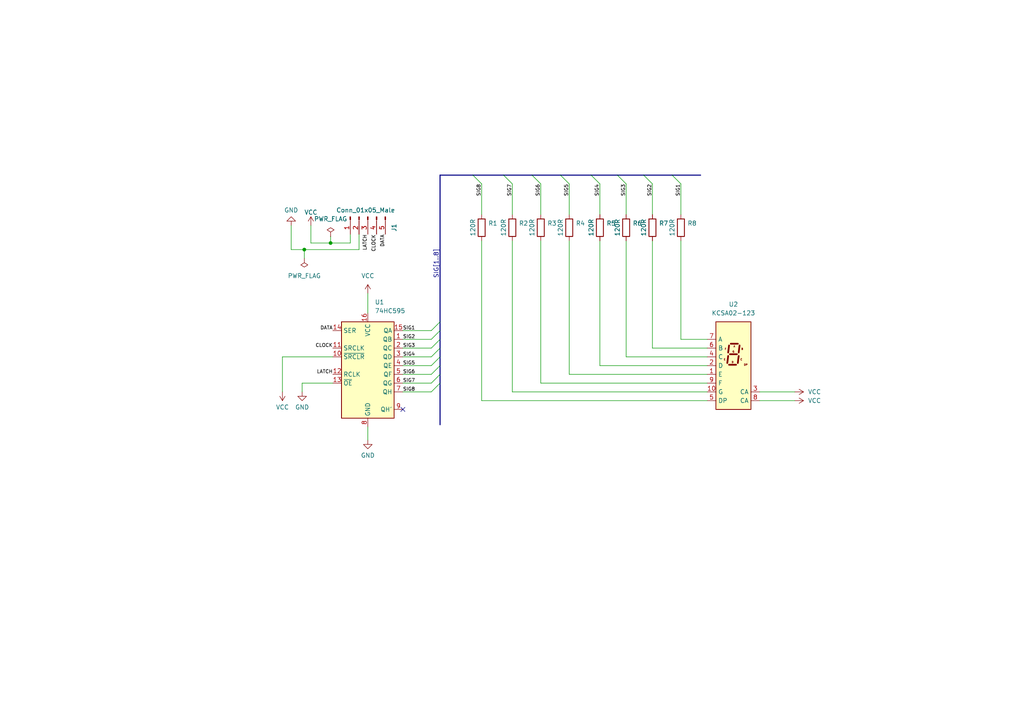
<source format=kicad_sch>
(kicad_sch (version 20211123) (generator eeschema)

  (uuid 3934cdea-42c8-4ab1-b1be-2c4978ab08ae)

  (paper "A4")

  (title_block
    (title "Seven Segment display Board")
    (date "2022-05-23")
    (rev "1.0")
    (company "SMART INDUSTRIES")
    (comment 1 "CEO")
  )

  (lib_symbols
    (symbol "74xx:74HC595" (in_bom yes) (on_board yes)
      (property "Reference" "U" (id 0) (at -7.62 13.97 0)
        (effects (font (size 1.27 1.27)))
      )
      (property "Value" "74HC595" (id 1) (at -7.62 -16.51 0)
        (effects (font (size 1.27 1.27)))
      )
      (property "Footprint" "" (id 2) (at 0 0 0)
        (effects (font (size 1.27 1.27)) hide)
      )
      (property "Datasheet" "http://www.ti.com/lit/ds/symlink/sn74hc595.pdf" (id 3) (at 0 0 0)
        (effects (font (size 1.27 1.27)) hide)
      )
      (property "ki_keywords" "HCMOS SR 3State" (id 4) (at 0 0 0)
        (effects (font (size 1.27 1.27)) hide)
      )
      (property "ki_description" "8-bit serial in/out Shift Register 3-State Outputs" (id 5) (at 0 0 0)
        (effects (font (size 1.27 1.27)) hide)
      )
      (property "ki_fp_filters" "DIP*W7.62mm* SOIC*3.9x9.9mm*P1.27mm* TSSOP*4.4x5mm*P0.65mm* SOIC*5.3x10.2mm*P1.27mm* SOIC*7.5x10.3mm*P1.27mm*" (id 6) (at 0 0 0)
        (effects (font (size 1.27 1.27)) hide)
      )
      (symbol "74HC595_1_0"
        (pin tri_state line (at 10.16 7.62 180) (length 2.54)
          (name "QB" (effects (font (size 1.27 1.27))))
          (number "1" (effects (font (size 1.27 1.27))))
        )
        (pin input line (at -10.16 2.54 0) (length 2.54)
          (name "~{SRCLR}" (effects (font (size 1.27 1.27))))
          (number "10" (effects (font (size 1.27 1.27))))
        )
        (pin input line (at -10.16 5.08 0) (length 2.54)
          (name "SRCLK" (effects (font (size 1.27 1.27))))
          (number "11" (effects (font (size 1.27 1.27))))
        )
        (pin input line (at -10.16 -2.54 0) (length 2.54)
          (name "RCLK" (effects (font (size 1.27 1.27))))
          (number "12" (effects (font (size 1.27 1.27))))
        )
        (pin input line (at -10.16 -5.08 0) (length 2.54)
          (name "~{OE}" (effects (font (size 1.27 1.27))))
          (number "13" (effects (font (size 1.27 1.27))))
        )
        (pin input line (at -10.16 10.16 0) (length 2.54)
          (name "SER" (effects (font (size 1.27 1.27))))
          (number "14" (effects (font (size 1.27 1.27))))
        )
        (pin tri_state line (at 10.16 10.16 180) (length 2.54)
          (name "QA" (effects (font (size 1.27 1.27))))
          (number "15" (effects (font (size 1.27 1.27))))
        )
        (pin power_in line (at 0 15.24 270) (length 2.54)
          (name "VCC" (effects (font (size 1.27 1.27))))
          (number "16" (effects (font (size 1.27 1.27))))
        )
        (pin tri_state line (at 10.16 5.08 180) (length 2.54)
          (name "QC" (effects (font (size 1.27 1.27))))
          (number "2" (effects (font (size 1.27 1.27))))
        )
        (pin tri_state line (at 10.16 2.54 180) (length 2.54)
          (name "QD" (effects (font (size 1.27 1.27))))
          (number "3" (effects (font (size 1.27 1.27))))
        )
        (pin tri_state line (at 10.16 0 180) (length 2.54)
          (name "QE" (effects (font (size 1.27 1.27))))
          (number "4" (effects (font (size 1.27 1.27))))
        )
        (pin tri_state line (at 10.16 -2.54 180) (length 2.54)
          (name "QF" (effects (font (size 1.27 1.27))))
          (number "5" (effects (font (size 1.27 1.27))))
        )
        (pin tri_state line (at 10.16 -5.08 180) (length 2.54)
          (name "QG" (effects (font (size 1.27 1.27))))
          (number "6" (effects (font (size 1.27 1.27))))
        )
        (pin tri_state line (at 10.16 -7.62 180) (length 2.54)
          (name "QH" (effects (font (size 1.27 1.27))))
          (number "7" (effects (font (size 1.27 1.27))))
        )
        (pin power_in line (at 0 -17.78 90) (length 2.54)
          (name "GND" (effects (font (size 1.27 1.27))))
          (number "8" (effects (font (size 1.27 1.27))))
        )
        (pin output line (at 10.16 -12.7 180) (length 2.54)
          (name "QH'" (effects (font (size 1.27 1.27))))
          (number "9" (effects (font (size 1.27 1.27))))
        )
      )
      (symbol "74HC595_1_1"
        (rectangle (start -7.62 12.7) (end 7.62 -15.24)
          (stroke (width 0.254) (type default) (color 0 0 0 0))
          (fill (type background))
        )
      )
    )
    (symbol "Connector:Conn_01x05_Male" (pin_names (offset 1.016) hide) (in_bom yes) (on_board yes)
      (property "Reference" "J" (id 0) (at 0 7.62 0)
        (effects (font (size 1.27 1.27)))
      )
      (property "Value" "Conn_01x05_Male" (id 1) (at 0 -7.62 0)
        (effects (font (size 1.27 1.27)))
      )
      (property "Footprint" "" (id 2) (at 0 0 0)
        (effects (font (size 1.27 1.27)) hide)
      )
      (property "Datasheet" "~" (id 3) (at 0 0 0)
        (effects (font (size 1.27 1.27)) hide)
      )
      (property "ki_keywords" "connector" (id 4) (at 0 0 0)
        (effects (font (size 1.27 1.27)) hide)
      )
      (property "ki_description" "Generic connector, single row, 01x05, script generated (kicad-library-utils/schlib/autogen/connector/)" (id 5) (at 0 0 0)
        (effects (font (size 1.27 1.27)) hide)
      )
      (property "ki_fp_filters" "Connector*:*_1x??_*" (id 6) (at 0 0 0)
        (effects (font (size 1.27 1.27)) hide)
      )
      (symbol "Conn_01x05_Male_1_1"
        (polyline
          (pts
            (xy 1.27 -5.08)
            (xy 0.8636 -5.08)
          )
          (stroke (width 0.1524) (type default) (color 0 0 0 0))
          (fill (type none))
        )
        (polyline
          (pts
            (xy 1.27 -2.54)
            (xy 0.8636 -2.54)
          )
          (stroke (width 0.1524) (type default) (color 0 0 0 0))
          (fill (type none))
        )
        (polyline
          (pts
            (xy 1.27 0)
            (xy 0.8636 0)
          )
          (stroke (width 0.1524) (type default) (color 0 0 0 0))
          (fill (type none))
        )
        (polyline
          (pts
            (xy 1.27 2.54)
            (xy 0.8636 2.54)
          )
          (stroke (width 0.1524) (type default) (color 0 0 0 0))
          (fill (type none))
        )
        (polyline
          (pts
            (xy 1.27 5.08)
            (xy 0.8636 5.08)
          )
          (stroke (width 0.1524) (type default) (color 0 0 0 0))
          (fill (type none))
        )
        (rectangle (start 0.8636 -4.953) (end 0 -5.207)
          (stroke (width 0.1524) (type default) (color 0 0 0 0))
          (fill (type outline))
        )
        (rectangle (start 0.8636 -2.413) (end 0 -2.667)
          (stroke (width 0.1524) (type default) (color 0 0 0 0))
          (fill (type outline))
        )
        (rectangle (start 0.8636 0.127) (end 0 -0.127)
          (stroke (width 0.1524) (type default) (color 0 0 0 0))
          (fill (type outline))
        )
        (rectangle (start 0.8636 2.667) (end 0 2.413)
          (stroke (width 0.1524) (type default) (color 0 0 0 0))
          (fill (type outline))
        )
        (rectangle (start 0.8636 5.207) (end 0 4.953)
          (stroke (width 0.1524) (type default) (color 0 0 0 0))
          (fill (type outline))
        )
        (pin passive line (at 5.08 5.08 180) (length 3.81)
          (name "Pin_1" (effects (font (size 1.27 1.27))))
          (number "1" (effects (font (size 1.27 1.27))))
        )
        (pin passive line (at 5.08 2.54 180) (length 3.81)
          (name "Pin_2" (effects (font (size 1.27 1.27))))
          (number "2" (effects (font (size 1.27 1.27))))
        )
        (pin passive line (at 5.08 0 180) (length 3.81)
          (name "Pin_3" (effects (font (size 1.27 1.27))))
          (number "3" (effects (font (size 1.27 1.27))))
        )
        (pin passive line (at 5.08 -2.54 180) (length 3.81)
          (name "Pin_4" (effects (font (size 1.27 1.27))))
          (number "4" (effects (font (size 1.27 1.27))))
        )
        (pin passive line (at 5.08 -5.08 180) (length 3.81)
          (name "Pin_5" (effects (font (size 1.27 1.27))))
          (number "5" (effects (font (size 1.27 1.27))))
        )
      )
    )
    (symbol "Device:R" (pin_numbers hide) (pin_names (offset 0)) (in_bom yes) (on_board yes)
      (property "Reference" "R" (id 0) (at 2.032 0 90)
        (effects (font (size 1.27 1.27)))
      )
      (property "Value" "R" (id 1) (at 0 0 90)
        (effects (font (size 1.27 1.27)))
      )
      (property "Footprint" "" (id 2) (at -1.778 0 90)
        (effects (font (size 1.27 1.27)) hide)
      )
      (property "Datasheet" "~" (id 3) (at 0 0 0)
        (effects (font (size 1.27 1.27)) hide)
      )
      (property "ki_keywords" "R res resistor" (id 4) (at 0 0 0)
        (effects (font (size 1.27 1.27)) hide)
      )
      (property "ki_description" "Resistor" (id 5) (at 0 0 0)
        (effects (font (size 1.27 1.27)) hide)
      )
      (property "ki_fp_filters" "R_*" (id 6) (at 0 0 0)
        (effects (font (size 1.27 1.27)) hide)
      )
      (symbol "R_0_1"
        (rectangle (start -1.016 -2.54) (end 1.016 2.54)
          (stroke (width 0.254) (type default) (color 0 0 0 0))
          (fill (type none))
        )
      )
      (symbol "R_1_1"
        (pin passive line (at 0 3.81 270) (length 1.27)
          (name "~" (effects (font (size 1.27 1.27))))
          (number "1" (effects (font (size 1.27 1.27))))
        )
        (pin passive line (at 0 -3.81 90) (length 1.27)
          (name "~" (effects (font (size 1.27 1.27))))
          (number "2" (effects (font (size 1.27 1.27))))
        )
      )
    )
    (symbol "Display_Character:KCSA02-123" (pin_names (offset 0.635)) (in_bom yes) (on_board yes)
      (property "Reference" "U" (id 0) (at -2.54 13.97 0)
        (effects (font (size 1.27 1.27)) (justify right))
      )
      (property "Value" "KCSA02-123" (id 1) (at 1.27 13.97 0)
        (effects (font (size 1.27 1.27)) (justify left))
      )
      (property "Footprint" "Display_7Segment:KCSC02-123" (id 2) (at 0 -15.24 0)
        (effects (font (size 1.27 1.27)) hide)
      )
      (property "Datasheet" "http://www.kingbright.com/attachments/file/psearch/000/00/00/KCSA02-123(Ver.9A).pdf" (id 3) (at -12.7 12.065 0)
        (effects (font (size 1.27 1.27)) (justify left) hide)
      )
      (property "ki_keywords" "display LED 7-segment" (id 4) (at 0 0 0)
        (effects (font (size 1.27 1.27)) hide)
      )
      (property "ki_description" "One digit 7 segment green LED, common anode" (id 5) (at 0 0 0)
        (effects (font (size 1.27 1.27)) hide)
      )
      (property "ki_fp_filters" "KCSC02?123*" (id 6) (at 0 0 0)
        (effects (font (size 1.27 1.27)) hide)
      )
      (symbol "KCSA02-123_0_0"
        (text "A" (at 0.254 5.588 0)
          (effects (font (size 0.508 0.508)))
        )
        (text "B" (at 2.54 4.826 0)
          (effects (font (size 0.508 0.508)))
        )
        (text "C" (at 2.286 1.778 0)
          (effects (font (size 0.508 0.508)))
        )
        (text "D" (at -0.254 1.016 0)
          (effects (font (size 0.508 0.508)))
        )
        (text "DP" (at 3.556 0.254 0)
          (effects (font (size 0.508 0.508)))
        )
        (text "E" (at -2.54 1.778 0)
          (effects (font (size 0.508 0.508)))
        )
        (text "F" (at -2.286 4.826 0)
          (effects (font (size 0.508 0.508)))
        )
        (text "G" (at 0 4.064 0)
          (effects (font (size 0.508 0.508)))
        )
      )
      (symbol "KCSA02-123_0_1"
        (rectangle (start -5.08 12.7) (end 5.08 -12.7)
          (stroke (width 0.254) (type default) (color 0 0 0 0))
          (fill (type background))
        )
        (polyline
          (pts
            (xy -1.524 2.794)
            (xy -1.778 0.762)
          )
          (stroke (width 0.508) (type default) (color 0 0 0 0))
          (fill (type none))
        )
        (polyline
          (pts
            (xy -1.27 0.254)
            (xy 0.762 0.254)
          )
          (stroke (width 0.508) (type default) (color 0 0 0 0))
          (fill (type none))
        )
        (polyline
          (pts
            (xy -1.27 5.842)
            (xy -1.524 3.81)
          )
          (stroke (width 0.508) (type default) (color 0 0 0 0))
          (fill (type none))
        )
        (polyline
          (pts
            (xy -1.016 3.302)
            (xy 1.016 3.302)
          )
          (stroke (width 0.508) (type default) (color 0 0 0 0))
          (fill (type none))
        )
        (polyline
          (pts
            (xy -0.762 6.35)
            (xy 1.27 6.35)
          )
          (stroke (width 0.508) (type default) (color 0 0 0 0))
          (fill (type none))
        )
        (polyline
          (pts
            (xy 1.524 2.794)
            (xy 1.27 0.762)
          )
          (stroke (width 0.508) (type default) (color 0 0 0 0))
          (fill (type none))
        )
        (polyline
          (pts
            (xy 1.778 5.842)
            (xy 1.524 3.81)
          )
          (stroke (width 0.508) (type default) (color 0 0 0 0))
          (fill (type none))
        )
        (polyline
          (pts
            (xy 2.54 0.254)
            (xy 2.54 0.254)
          )
          (stroke (width 0.508) (type default) (color 0 0 0 0))
          (fill (type none))
        )
      )
      (symbol "KCSA02-123_1_1"
        (pin input line (at -7.62 -2.54 0) (length 2.54)
          (name "E" (effects (font (size 1.27 1.27))))
          (number "1" (effects (font (size 1.27 1.27))))
        )
        (pin input line (at -7.62 -7.62 0) (length 2.54)
          (name "G" (effects (font (size 1.27 1.27))))
          (number "10" (effects (font (size 1.27 1.27))))
        )
        (pin input line (at -7.62 0 0) (length 2.54)
          (name "D" (effects (font (size 1.27 1.27))))
          (number "2" (effects (font (size 1.27 1.27))))
        )
        (pin input line (at 7.62 -7.62 180) (length 2.54)
          (name "CA" (effects (font (size 1.27 1.27))))
          (number "3" (effects (font (size 1.27 1.27))))
        )
        (pin input line (at -7.62 2.54 0) (length 2.54)
          (name "C" (effects (font (size 1.27 1.27))))
          (number "4" (effects (font (size 1.27 1.27))))
        )
        (pin input line (at -7.62 -10.16 0) (length 2.54)
          (name "DP" (effects (font (size 1.27 1.27))))
          (number "5" (effects (font (size 1.27 1.27))))
        )
        (pin input line (at -7.62 5.08 0) (length 2.54)
          (name "B" (effects (font (size 1.27 1.27))))
          (number "6" (effects (font (size 1.27 1.27))))
        )
        (pin input line (at -7.62 7.62 0) (length 2.54)
          (name "A" (effects (font (size 1.27 1.27))))
          (number "7" (effects (font (size 1.27 1.27))))
        )
        (pin input line (at 7.62 -10.16 180) (length 2.54)
          (name "CA" (effects (font (size 1.27 1.27))))
          (number "8" (effects (font (size 1.27 1.27))))
        )
        (pin input line (at -7.62 -5.08 0) (length 2.54)
          (name "F" (effects (font (size 1.27 1.27))))
          (number "9" (effects (font (size 1.27 1.27))))
        )
      )
    )
    (symbol "power:GND" (power) (pin_names (offset 0)) (in_bom yes) (on_board yes)
      (property "Reference" "#PWR" (id 0) (at 0 -6.35 0)
        (effects (font (size 1.27 1.27)) hide)
      )
      (property "Value" "GND" (id 1) (at 0 -3.81 0)
        (effects (font (size 1.27 1.27)))
      )
      (property "Footprint" "" (id 2) (at 0 0 0)
        (effects (font (size 1.27 1.27)) hide)
      )
      (property "Datasheet" "" (id 3) (at 0 0 0)
        (effects (font (size 1.27 1.27)) hide)
      )
      (property "ki_keywords" "power-flag" (id 4) (at 0 0 0)
        (effects (font (size 1.27 1.27)) hide)
      )
      (property "ki_description" "Power symbol creates a global label with name \"GND\" , ground" (id 5) (at 0 0 0)
        (effects (font (size 1.27 1.27)) hide)
      )
      (symbol "GND_0_1"
        (polyline
          (pts
            (xy 0 0)
            (xy 0 -1.27)
            (xy 1.27 -1.27)
            (xy 0 -2.54)
            (xy -1.27 -1.27)
            (xy 0 -1.27)
          )
          (stroke (width 0) (type default) (color 0 0 0 0))
          (fill (type none))
        )
      )
      (symbol "GND_1_1"
        (pin power_in line (at 0 0 270) (length 0) hide
          (name "GND" (effects (font (size 1.27 1.27))))
          (number "1" (effects (font (size 1.27 1.27))))
        )
      )
    )
    (symbol "power:PWR_FLAG" (power) (pin_numbers hide) (pin_names (offset 0) hide) (in_bom yes) (on_board yes)
      (property "Reference" "#FLG" (id 0) (at 0 1.905 0)
        (effects (font (size 1.27 1.27)) hide)
      )
      (property "Value" "PWR_FLAG" (id 1) (at 0 3.81 0)
        (effects (font (size 1.27 1.27)))
      )
      (property "Footprint" "" (id 2) (at 0 0 0)
        (effects (font (size 1.27 1.27)) hide)
      )
      (property "Datasheet" "~" (id 3) (at 0 0 0)
        (effects (font (size 1.27 1.27)) hide)
      )
      (property "ki_keywords" "power-flag" (id 4) (at 0 0 0)
        (effects (font (size 1.27 1.27)) hide)
      )
      (property "ki_description" "Special symbol for telling ERC where power comes from" (id 5) (at 0 0 0)
        (effects (font (size 1.27 1.27)) hide)
      )
      (symbol "PWR_FLAG_0_0"
        (pin power_out line (at 0 0 90) (length 0)
          (name "pwr" (effects (font (size 1.27 1.27))))
          (number "1" (effects (font (size 1.27 1.27))))
        )
      )
      (symbol "PWR_FLAG_0_1"
        (polyline
          (pts
            (xy 0 0)
            (xy 0 1.27)
            (xy -1.016 1.905)
            (xy 0 2.54)
            (xy 1.016 1.905)
            (xy 0 1.27)
          )
          (stroke (width 0) (type default) (color 0 0 0 0))
          (fill (type none))
        )
      )
    )
    (symbol "power:VCC" (power) (pin_names (offset 0)) (in_bom yes) (on_board yes)
      (property "Reference" "#PWR" (id 0) (at 0 -3.81 0)
        (effects (font (size 1.27 1.27)) hide)
      )
      (property "Value" "VCC" (id 1) (at 0 3.81 0)
        (effects (font (size 1.27 1.27)))
      )
      (property "Footprint" "" (id 2) (at 0 0 0)
        (effects (font (size 1.27 1.27)) hide)
      )
      (property "Datasheet" "" (id 3) (at 0 0 0)
        (effects (font (size 1.27 1.27)) hide)
      )
      (property "ki_keywords" "power-flag" (id 4) (at 0 0 0)
        (effects (font (size 1.27 1.27)) hide)
      )
      (property "ki_description" "Power symbol creates a global label with name \"VCC\"" (id 5) (at 0 0 0)
        (effects (font (size 1.27 1.27)) hide)
      )
      (symbol "VCC_0_1"
        (polyline
          (pts
            (xy -0.762 1.27)
            (xy 0 2.54)
          )
          (stroke (width 0) (type default) (color 0 0 0 0))
          (fill (type none))
        )
        (polyline
          (pts
            (xy 0 0)
            (xy 0 2.54)
          )
          (stroke (width 0) (type default) (color 0 0 0 0))
          (fill (type none))
        )
        (polyline
          (pts
            (xy 0 2.54)
            (xy 0.762 1.27)
          )
          (stroke (width 0) (type default) (color 0 0 0 0))
          (fill (type none))
        )
      )
      (symbol "VCC_1_1"
        (pin power_in line (at 0 0 90) (length 0) hide
          (name "VCC" (effects (font (size 1.27 1.27))))
          (number "1" (effects (font (size 1.27 1.27))))
        )
      )
    )
  )

  (junction (at 95.885 70.485) (diameter 0) (color 0 0 0 0)
    (uuid 273d3b05-5c5b-4516-b49f-34151de7ceeb)
  )
  (junction (at 88.265 72.39) (diameter 0) (color 0 0 0 0)
    (uuid 41de63a1-770d-4497-be10-f8e334c739bb)
  )

  (no_connect (at 116.84 118.745) (uuid 2d93b825-8f8a-4e34-9c51-dc401d9cc061))

  (bus_entry (at 194.945 50.8) (size 2.54 2.54)
    (stroke (width 0) (type default) (color 0 0 0 0))
    (uuid 09293633-a21f-48fc-830c-c8e007989670)
  )
  (bus_entry (at 179.07 50.8) (size 2.54 2.54)
    (stroke (width 0) (type default) (color 0 0 0 0))
    (uuid 09293633-a21f-48fc-830c-c8e007989671)
  )
  (bus_entry (at 186.69 50.8) (size 2.54 2.54)
    (stroke (width 0) (type default) (color 0 0 0 0))
    (uuid 09293633-a21f-48fc-830c-c8e007989672)
  )
  (bus_entry (at 171.45 50.8) (size 2.54 2.54)
    (stroke (width 0) (type default) (color 0 0 0 0))
    (uuid 09293633-a21f-48fc-830c-c8e007989673)
  )
  (bus_entry (at 154.305 50.8) (size 2.54 2.54)
    (stroke (width 0) (type default) (color 0 0 0 0))
    (uuid 09293633-a21f-48fc-830c-c8e007989674)
  )
  (bus_entry (at 162.56 50.8) (size 2.54 2.54)
    (stroke (width 0) (type default) (color 0 0 0 0))
    (uuid 09293633-a21f-48fc-830c-c8e007989675)
  )
  (bus_entry (at 146.05 50.8) (size 2.54 2.54)
    (stroke (width 0) (type default) (color 0 0 0 0))
    (uuid 09293633-a21f-48fc-830c-c8e007989676)
  )
  (bus_entry (at 137.16 50.8) (size 2.54 2.54)
    (stroke (width 0) (type default) (color 0 0 0 0))
    (uuid 09293633-a21f-48fc-830c-c8e007989677)
  )
  (bus_entry (at 125.095 95.885) (size 2.54 -2.54)
    (stroke (width 0) (type default) (color 0 0 0 0))
    (uuid 2dc01110-a60a-4bb8-9a2e-cbec6c361016)
  )
  (bus_entry (at 125.095 98.425) (size 2.54 -2.54)
    (stroke (width 0) (type default) (color 0 0 0 0))
    (uuid 8e362e8f-a8f3-4785-9465-9a2e781cb015)
  )
  (bus_entry (at 125.095 100.965) (size 2.54 -2.54)
    (stroke (width 0) (type default) (color 0 0 0 0))
    (uuid 8e362e8f-a8f3-4785-9465-9a2e781cb016)
  )
  (bus_entry (at 125.095 103.505) (size 2.54 -2.54)
    (stroke (width 0) (type default) (color 0 0 0 0))
    (uuid 8e362e8f-a8f3-4785-9465-9a2e781cb017)
  )
  (bus_entry (at 125.095 106.045) (size 2.54 -2.54)
    (stroke (width 0) (type default) (color 0 0 0 0))
    (uuid 8e362e8f-a8f3-4785-9465-9a2e781cb018)
  )
  (bus_entry (at 125.095 108.585) (size 2.54 -2.54)
    (stroke (width 0) (type default) (color 0 0 0 0))
    (uuid 8e362e8f-a8f3-4785-9465-9a2e781cb019)
  )
  (bus_entry (at 125.095 111.125) (size 2.54 -2.54)
    (stroke (width 0) (type default) (color 0 0 0 0))
    (uuid 8e362e8f-a8f3-4785-9465-9a2e781cb01a)
  )
  (bus_entry (at 125.095 113.665) (size 2.54 -2.54)
    (stroke (width 0) (type default) (color 0 0 0 0))
    (uuid 8e362e8f-a8f3-4785-9465-9a2e781cb01b)
  )

  (bus (pts (xy 127.635 98.425) (xy 127.635 100.965))
    (stroke (width 0) (type default) (color 0 0 0 0))
    (uuid 010ea5a4-bae7-4227-aa7e-a0487e7153e1)
  )

  (wire (pts (xy 189.23 69.85) (xy 189.23 100.965))
    (stroke (width 0) (type default) (color 0 0 0 0))
    (uuid 0680b768-1ba7-4c34-a546-f09e8d4924ba)
  )
  (wire (pts (xy 197.485 69.85) (xy 197.485 98.425))
    (stroke (width 0) (type default) (color 0 0 0 0))
    (uuid 06886f73-9e6a-4e1a-978e-5a498fa935a2)
  )
  (wire (pts (xy 148.59 53.34) (xy 148.59 62.23))
    (stroke (width 0) (type default) (color 0 0 0 0))
    (uuid 06d79644-e771-46be-b37b-aad2b658cac8)
  )
  (wire (pts (xy 104.14 67.945) (xy 104.14 72.39))
    (stroke (width 0) (type default) (color 0 0 0 0))
    (uuid 08426653-7205-4302-8eab-b5dc76ecb7b3)
  )
  (wire (pts (xy 116.84 100.965) (xy 125.095 100.965))
    (stroke (width 0) (type default) (color 0 0 0 0))
    (uuid 0963cf96-4ec3-40df-9721-488f6e707fb0)
  )
  (wire (pts (xy 181.61 53.34) (xy 181.61 62.23))
    (stroke (width 0) (type default) (color 0 0 0 0))
    (uuid 10758694-9fbc-4d71-9262-d475fa7e0693)
  )
  (wire (pts (xy 84.455 72.39) (xy 84.455 65.405))
    (stroke (width 0) (type default) (color 0 0 0 0))
    (uuid 10de90c6-5836-4009-a7f0-c707462642d4)
  )
  (wire (pts (xy 116.84 111.125) (xy 125.095 111.125))
    (stroke (width 0) (type default) (color 0 0 0 0))
    (uuid 18797b9c-96fa-4204-a820-2aece2f385f2)
  )
  (wire (pts (xy 205.105 103.505) (xy 181.61 103.505))
    (stroke (width 0) (type default) (color 0 0 0 0))
    (uuid 1fdb7979-dca9-4e2d-9b9b-37a36aaffca7)
  )
  (wire (pts (xy 197.485 98.425) (xy 205.105 98.425))
    (stroke (width 0) (type default) (color 0 0 0 0))
    (uuid 2053487d-8135-4150-8098-928878d79142)
  )
  (wire (pts (xy 173.99 106.045) (xy 205.105 106.045))
    (stroke (width 0) (type default) (color 0 0 0 0))
    (uuid 278e2edb-40cc-4600-b319-0ea6cdc7271f)
  )
  (wire (pts (xy 181.61 103.505) (xy 181.61 69.85))
    (stroke (width 0) (type default) (color 0 0 0 0))
    (uuid 2b4fdccb-5dfc-464d-b4cc-3e6582b05be4)
  )
  (bus (pts (xy 186.69 50.8) (xy 179.07 50.8))
    (stroke (width 0) (type default) (color 0 0 0 0))
    (uuid 2bad508a-2566-4774-831d-4a4b63477233)
  )

  (wire (pts (xy 101.6 67.945) (xy 101.6 70.485))
    (stroke (width 0) (type default) (color 0 0 0 0))
    (uuid 2e87f227-4fbb-4216-a7ee-166baa426d3c)
  )
  (wire (pts (xy 165.1 53.34) (xy 165.1 62.23))
    (stroke (width 0) (type default) (color 0 0 0 0))
    (uuid 2fa09f16-4387-49fd-bbd7-877d0d572dac)
  )
  (wire (pts (xy 88.265 72.39) (xy 84.455 72.39))
    (stroke (width 0) (type default) (color 0 0 0 0))
    (uuid 355c651f-fead-4333-8160-d4e333df6485)
  )
  (wire (pts (xy 156.845 111.125) (xy 205.105 111.125))
    (stroke (width 0) (type default) (color 0 0 0 0))
    (uuid 5fde985e-b11e-45dd-bb5e-dcf6493bc0cb)
  )
  (wire (pts (xy 101.6 70.485) (xy 95.885 70.485))
    (stroke (width 0) (type default) (color 0 0 0 0))
    (uuid 6adf61a7-2879-41ed-8a17-2a50e3a5d960)
  )
  (wire (pts (xy 104.14 72.39) (xy 88.265 72.39))
    (stroke (width 0) (type default) (color 0 0 0 0))
    (uuid 6c9d3257-3471-4486-8f83-e544b3211d8e)
  )
  (wire (pts (xy 220.345 113.665) (xy 230.505 113.665))
    (stroke (width 0) (type default) (color 0 0 0 0))
    (uuid 6d729d22-36c3-4bda-b3c1-32d470045ac1)
  )
  (wire (pts (xy 165.1 108.585) (xy 165.1 69.85))
    (stroke (width 0) (type default) (color 0 0 0 0))
    (uuid 700e04d1-570f-44ee-824b-cc9223ff560c)
  )
  (bus (pts (xy 162.56 50.8) (xy 154.305 50.8))
    (stroke (width 0) (type default) (color 0 0 0 0))
    (uuid 71d3a074-c30a-414e-939e-4a8545faacf7)
  )
  (bus (pts (xy 203.2 50.8) (xy 194.945 50.8))
    (stroke (width 0) (type default) (color 0 0 0 0))
    (uuid 7709057f-d648-4992-a3b0-b01d81047111)
  )

  (wire (pts (xy 139.7 69.85) (xy 139.7 116.205))
    (stroke (width 0) (type default) (color 0 0 0 0))
    (uuid 7748f960-9b93-4016-ae8c-b4280662f667)
  )
  (wire (pts (xy 139.7 53.34) (xy 139.7 62.23))
    (stroke (width 0) (type default) (color 0 0 0 0))
    (uuid 774f0f08-b8a3-4628-850e-5921573c91d0)
  )
  (wire (pts (xy 116.84 108.585) (xy 125.095 108.585))
    (stroke (width 0) (type default) (color 0 0 0 0))
    (uuid 779cdff7-ebb9-493c-a4e3-ba9b3c8fe15e)
  )
  (wire (pts (xy 90.17 70.485) (xy 90.17 65.405))
    (stroke (width 0) (type default) (color 0 0 0 0))
    (uuid 80e47963-59a6-4835-b462-da6232208c15)
  )
  (bus (pts (xy 194.945 50.8) (xy 186.69 50.8))
    (stroke (width 0) (type default) (color 0 0 0 0))
    (uuid 84ae9fd2-0677-44b6-b9e2-1db58b1c5150)
  )
  (bus (pts (xy 127.635 95.885) (xy 127.635 98.425))
    (stroke (width 0) (type default) (color 0 0 0 0))
    (uuid 8acb04b3-6a72-4e4f-80d8-76c691e2cf4c)
  )
  (bus (pts (xy 127.635 103.505) (xy 127.635 106.045))
    (stroke (width 0) (type default) (color 0 0 0 0))
    (uuid 8cefc275-d47d-48cf-ad82-3fa4e4dce49f)
  )

  (wire (pts (xy 189.23 53.34) (xy 189.23 62.23))
    (stroke (width 0) (type default) (color 0 0 0 0))
    (uuid 8ddc6ef2-bb9b-42a5-815a-5c5dbc6bc6e1)
  )
  (bus (pts (xy 127.635 50.8) (xy 137.16 50.8))
    (stroke (width 0) (type default) (color 0 0 0 0))
    (uuid 934f18dd-2d0c-4ccb-94f1-cdc079f39ebf)
  )

  (wire (pts (xy 139.7 116.205) (xy 205.105 116.205))
    (stroke (width 0) (type default) (color 0 0 0 0))
    (uuid 9c1a3694-b251-4443-8f60-5468daad58a0)
  )
  (wire (pts (xy 116.84 113.665) (xy 125.095 113.665))
    (stroke (width 0) (type default) (color 0 0 0 0))
    (uuid 9d73dab9-b1d3-412c-b4f2-b8d9ff53d698)
  )
  (bus (pts (xy 127.635 111.125) (xy 127.635 123.19))
    (stroke (width 0) (type default) (color 0 0 0 0))
    (uuid a2482cf9-c4f7-4e7e-9f75-919ae7f8ee7f)
  )

  (wire (pts (xy 156.845 53.34) (xy 156.845 62.23))
    (stroke (width 0) (type default) (color 0 0 0 0))
    (uuid a5791137-450d-48c1-9e9d-f1f02ca80311)
  )
  (wire (pts (xy 173.99 69.85) (xy 173.99 106.045))
    (stroke (width 0) (type default) (color 0 0 0 0))
    (uuid a78b9731-b9c0-439f-95a0-1a49d9976e26)
  )
  (wire (pts (xy 106.68 123.825) (xy 106.68 127.635))
    (stroke (width 0) (type default) (color 0 0 0 0))
    (uuid a9bf13fe-e66a-416f-97ab-932a565d01a4)
  )
  (bus (pts (xy 127.635 100.965) (xy 127.635 103.505))
    (stroke (width 0) (type default) (color 0 0 0 0))
    (uuid ab3bdf01-f2fe-439f-8c67-5224f62ce1ee)
  )

  (wire (pts (xy 148.59 113.665) (xy 148.59 69.85))
    (stroke (width 0) (type default) (color 0 0 0 0))
    (uuid acd05480-fa07-4fa9-9c40-7fe2e2de63da)
  )
  (wire (pts (xy 189.23 100.965) (xy 205.105 100.965))
    (stroke (width 0) (type default) (color 0 0 0 0))
    (uuid ad72e9cc-c64d-4cfb-a4ad-d75366fdeb37)
  )
  (bus (pts (xy 127.635 93.345) (xy 127.635 95.885))
    (stroke (width 0) (type default) (color 0 0 0 0))
    (uuid b6c4c38a-c88d-4407-a849-ccf99058c20e)
  )

  (wire (pts (xy 81.915 103.505) (xy 81.915 113.665))
    (stroke (width 0) (type default) (color 0 0 0 0))
    (uuid b7b2e4ca-2910-45c6-924b-f365b184bb3b)
  )
  (bus (pts (xy 154.305 50.8) (xy 146.05 50.8))
    (stroke (width 0) (type default) (color 0 0 0 0))
    (uuid b941d710-f9d0-47a6-8662-aecc5823a8e3)
  )

  (wire (pts (xy 96.52 103.505) (xy 81.915 103.505))
    (stroke (width 0) (type default) (color 0 0 0 0))
    (uuid c3c3e6b7-fdd4-4295-97d0-9d2396dd7442)
  )
  (wire (pts (xy 95.885 68.58) (xy 95.885 70.485))
    (stroke (width 0) (type default) (color 0 0 0 0))
    (uuid c478ad19-d8d0-428f-9f58-4fcf99f877ce)
  )
  (bus (pts (xy 127.635 108.585) (xy 127.635 111.125))
    (stroke (width 0) (type default) (color 0 0 0 0))
    (uuid c5fd2dd2-a1f5-49dd-a0e0-07a9cf2cda7f)
  )

  (wire (pts (xy 87.63 111.125) (xy 87.63 113.665))
    (stroke (width 0) (type default) (color 0 0 0 0))
    (uuid c65c7ac5-fd16-4de8-a585-4964b6571cb6)
  )
  (bus (pts (xy 127.635 50.8) (xy 127.635 93.345))
    (stroke (width 0) (type default) (color 0 0 0 0))
    (uuid c6a689db-cedf-4c41-aebc-d81499d4de5c)
  )

  (wire (pts (xy 197.485 53.34) (xy 197.485 62.23))
    (stroke (width 0) (type default) (color 0 0 0 0))
    (uuid d069e82f-7cc1-439d-8f2c-1d56d93be845)
  )
  (bus (pts (xy 171.45 50.8) (xy 162.56 50.8))
    (stroke (width 0) (type default) (color 0 0 0 0))
    (uuid d3c90589-d5c8-41cd-b618-c3fbd32248ac)
  )

  (wire (pts (xy 116.84 106.045) (xy 125.095 106.045))
    (stroke (width 0) (type default) (color 0 0 0 0))
    (uuid d6c7707d-613b-418f-b857-7f6234302c35)
  )
  (wire (pts (xy 116.84 103.505) (xy 125.095 103.505))
    (stroke (width 0) (type default) (color 0 0 0 0))
    (uuid dde1e6c5-cd16-4d7b-8c61-15f8f5f81889)
  )
  (wire (pts (xy 220.345 116.205) (xy 230.505 116.205))
    (stroke (width 0) (type default) (color 0 0 0 0))
    (uuid df821265-8bd6-45e5-906f-709a5e6564be)
  )
  (wire (pts (xy 88.265 72.39) (xy 88.265 74.93))
    (stroke (width 0) (type default) (color 0 0 0 0))
    (uuid e2d2d1a6-190f-4ac7-a580-3e9aee66e0a1)
  )
  (wire (pts (xy 116.84 98.425) (xy 125.095 98.425))
    (stroke (width 0) (type default) (color 0 0 0 0))
    (uuid e46aa97e-83e9-4899-b4c2-815537fc2a1e)
  )
  (wire (pts (xy 95.885 70.485) (xy 90.17 70.485))
    (stroke (width 0) (type default) (color 0 0 0 0))
    (uuid e7677735-59a0-48e9-98db-0ea9badc298f)
  )
  (wire (pts (xy 205.105 113.665) (xy 148.59 113.665))
    (stroke (width 0) (type default) (color 0 0 0 0))
    (uuid e91a7e23-1667-4542-848f-859615c5adbf)
  )
  (wire (pts (xy 96.52 111.125) (xy 87.63 111.125))
    (stroke (width 0) (type default) (color 0 0 0 0))
    (uuid eb529df0-006e-4c2f-99bd-b038e8ef398f)
  )
  (wire (pts (xy 116.84 95.885) (xy 125.095 95.885))
    (stroke (width 0) (type default) (color 0 0 0 0))
    (uuid ee019aab-b6fd-4a6e-9da2-b48634a601e8)
  )
  (wire (pts (xy 106.68 85.09) (xy 106.68 90.805))
    (stroke (width 0) (type default) (color 0 0 0 0))
    (uuid eed92af8-cd6f-4742-96aa-3648d5151d8c)
  )
  (bus (pts (xy 146.05 50.8) (xy 137.16 50.8))
    (stroke (width 0) (type default) (color 0 0 0 0))
    (uuid f1e273d9-4960-4843-be8f-50e6d06c93eb)
  )
  (bus (pts (xy 127.635 106.045) (xy 127.635 108.585))
    (stroke (width 0) (type default) (color 0 0 0 0))
    (uuid f35ffd62-adc0-4221-93f1-ad255caa132a)
  )

  (wire (pts (xy 156.845 69.85) (xy 156.845 111.125))
    (stroke (width 0) (type default) (color 0 0 0 0))
    (uuid f370d4ee-9316-48df-84e4-7e0349d97609)
  )
  (wire (pts (xy 173.99 53.34) (xy 173.99 62.23))
    (stroke (width 0) (type default) (color 0 0 0 0))
    (uuid f6eaa7ae-580b-47a8-8385-e6287b0fd417)
  )
  (bus (pts (xy 179.07 50.8) (xy 171.45 50.8))
    (stroke (width 0) (type default) (color 0 0 0 0))
    (uuid f8eaae2d-7f05-4236-b8ac-a9ba6493e06d)
  )

  (wire (pts (xy 205.105 108.585) (xy 165.1 108.585))
    (stroke (width 0) (type default) (color 0 0 0 0))
    (uuid faa12f65-98a2-4f6c-9625-c53305e2ff42)
  )

  (label "SIG7" (at 116.84 111.125 0)
    (effects (font (size 1 1)) (justify left bottom))
    (uuid 18c041c2-b099-489d-847b-3cf0b4bac313)
  )
  (label "SIG3" (at 116.84 100.965 0)
    (effects (font (size 1 1)) (justify left bottom))
    (uuid 1ef2693f-5dc3-48f5-93af-80e20eec98a7)
  )
  (label "SIG2" (at 189.23 53.34 270)
    (effects (font (size 1 1)) (justify right bottom))
    (uuid 2ed69f83-a1bd-418b-ba48-2c8343efc2b9)
  )
  (label "SIG6" (at 156.845 53.34 270)
    (effects (font (size 1 1)) (justify right bottom))
    (uuid 42b76a46-ceeb-4d9c-a82a-ad1974444fe9)
  )
  (label "SIG1" (at 197.485 53.34 270)
    (effects (font (size 1 1)) (justify right bottom))
    (uuid 5821cfc8-9856-4f74-82b7-d5e3c0c4fd4e)
  )
  (label "SIG1" (at 116.84 95.885 0)
    (effects (font (size 1 1)) (justify left bottom))
    (uuid 601be959-a480-4fa3-8c96-70d39e649eb4)
  )
  (label "SIG5" (at 165.1 53.34 270)
    (effects (font (size 1 1)) (justify right bottom))
    (uuid 6241dd3b-0a80-4ed0-adfe-806b357f1f03)
  )
  (label "LATCH" (at 106.68 67.945 270)
    (effects (font (size 1 1)) (justify right bottom))
    (uuid 69cc0992-5a17-4aae-9534-9ccee1e9e118)
  )
  (label "SIG7" (at 148.59 53.34 270)
    (effects (font (size 1 1)) (justify right bottom))
    (uuid 6cee6e7c-2dda-4680-9711-6ef54018ffc8)
  )
  (label "SIG[1..8]" (at 127.635 80.645 90)
    (effects (font (size 1.27 1.27)) (justify left bottom))
    (uuid 81d84887-4783-47eb-9ac0-de7945053a55)
  )
  (label "SIG3" (at 181.61 53.34 270)
    (effects (font (size 1 1)) (justify right bottom))
    (uuid 82b5b891-f6d8-43e2-8ea1-2416e3dffc93)
  )
  (label "SIG5" (at 116.84 106.045 0)
    (effects (font (size 1 1)) (justify left bottom))
    (uuid 88f60cc8-7cdb-49c1-b477-beda7257d2ce)
  )
  (label "SIG8" (at 139.7 53.34 270)
    (effects (font (size 1 1)) (justify right bottom))
    (uuid 90c1a472-de13-4689-bbbb-8459fecc53a1)
  )
  (label "SIG4" (at 116.84 103.505 0)
    (effects (font (size 1 1)) (justify left bottom))
    (uuid 9408079b-7082-4794-9c41-70bb3262e44f)
  )
  (label "SIG8" (at 116.84 113.665 0)
    (effects (font (size 1 1)) (justify left bottom))
    (uuid 98dbb3ce-e7ea-4d1a-aeaf-da3d7dbbcbfe)
  )
  (label "CLOCK" (at 109.22 67.945 270)
    (effects (font (size 1 1)) (justify right bottom))
    (uuid 9eb04353-13ab-46f2-9024-63f35a9c81ea)
  )
  (label "SIG4" (at 173.99 53.34 270)
    (effects (font (size 1 1)) (justify right bottom))
    (uuid 9fcdef09-84b4-46fe-9ac7-c215ed7f290d)
  )
  (label "SIG6" (at 116.84 108.585 0)
    (effects (font (size 1 1)) (justify left bottom))
    (uuid c7ee64cb-0e98-474a-b37d-774b62efd55b)
  )
  (label "SIG2" (at 116.84 98.425 0)
    (effects (font (size 1 1)) (justify left bottom))
    (uuid c84d729e-a4e3-41a7-9e9b-54f8befa740a)
  )
  (label "CLOCK" (at 96.52 100.965 180)
    (effects (font (size 1 1)) (justify right bottom))
    (uuid db98c394-0661-42e2-9c26-d7a06f592746)
  )
  (label "LATCH" (at 96.52 108.585 180)
    (effects (font (size 1 1)) (justify right bottom))
    (uuid e40d400f-21fb-4c65-843c-1a01a751a40c)
  )
  (label "DATA" (at 96.52 95.885 180)
    (effects (font (size 1 1)) (justify right bottom))
    (uuid ed8794ee-a1b1-4e5d-9f41-4d7bb2c8b1cb)
  )
  (label "DATA" (at 111.76 67.945 270)
    (effects (font (size 1 1)) (justify right bottom))
    (uuid f947edba-929a-419f-a736-8e4ce5b3fdcc)
  )

  (symbol (lib_id "power:VCC") (at 230.505 116.205 270) (unit 1)
    (in_bom yes) (on_board yes) (fields_autoplaced)
    (uuid 0b10973e-4329-4c6d-9180-d6b02dacb312)
    (property "Reference" "#PWR0107" (id 0) (at 226.695 116.205 0)
      (effects (font (size 1.27 1.27)) hide)
    )
    (property "Value" "VCC" (id 1) (at 234.315 116.2049 90)
      (effects (font (size 1.27 1.27)) (justify left))
    )
    (property "Footprint" "" (id 2) (at 230.505 116.205 0)
      (effects (font (size 1.27 1.27)) hide)
    )
    (property "Datasheet" "" (id 3) (at 230.505 116.205 0)
      (effects (font (size 1.27 1.27)) hide)
    )
    (pin "1" (uuid 6d09cc07-4882-4265-9760-5009a8e78eed))
  )

  (symbol (lib_id "74xx:74HC595") (at 106.68 106.045 0) (unit 1)
    (in_bom yes) (on_board yes) (fields_autoplaced)
    (uuid 10751d0a-eb2d-492f-858a-9b50bf978bd1)
    (property "Reference" "U1" (id 0) (at 108.6994 87.63 0)
      (effects (font (size 1.27 1.27)) (justify left))
    )
    (property "Value" "74HC595" (id 1) (at 108.6994 90.17 0)
      (effects (font (size 1.27 1.27)) (justify left))
    )
    (property "Footprint" "Package_DIP:DIP-16_W7.62mm" (id 2) (at 106.68 106.045 0)
      (effects (font (size 1.27 1.27)) hide)
    )
    (property "Datasheet" "http://www.ti.com/lit/ds/symlink/sn74hc595.pdf" (id 3) (at 106.68 106.045 0)
      (effects (font (size 1.27 1.27)) hide)
    )
    (pin "1" (uuid ce2f49a7-843d-47e7-af77-83666b0ce4e5))
    (pin "10" (uuid 83dee4f2-f1fd-4d27-8f0e-9d9e04201484))
    (pin "11" (uuid fa7f9d2d-4299-4971-8e0e-afd73f5faa2b))
    (pin "12" (uuid 88fa3dae-a4ca-48f1-9ad3-9803965e6da0))
    (pin "13" (uuid aa56910f-c586-4ca1-96ae-8f6856e67298))
    (pin "14" (uuid 79c65faf-cd20-4fdf-a6db-dccac2421ea3))
    (pin "15" (uuid 6de9ea6e-cd2d-4518-9c27-f1fea1df4e96))
    (pin "16" (uuid 747c4577-77ce-42a0-9eed-8b8b7cb771c5))
    (pin "2" (uuid 074dc6b1-d990-46d0-9c10-413e61b12d7b))
    (pin "3" (uuid b60dc536-ad78-489f-ab01-ac64bc2f5c83))
    (pin "4" (uuid cfc29243-b4bb-4d37-939c-85f8dc13b28e))
    (pin "5" (uuid a17ec843-0554-4286-9a94-5f678319dd65))
    (pin "6" (uuid 47ff6c88-a29f-4d15-8ff7-5da6777a5cb5))
    (pin "7" (uuid 32c2bb57-0102-476f-8fb3-341c7fb54560))
    (pin "8" (uuid 3b0ec45e-6c74-449d-87d1-1d729f3bc690))
    (pin "9" (uuid bd33cd27-36b9-4e31-b4e9-7b1badd84dfd))
  )

  (symbol (lib_id "power:GND") (at 87.63 113.665 0) (unit 1)
    (in_bom yes) (on_board yes) (fields_autoplaced)
    (uuid 148090fb-6ab6-42d8-970e-81c0246cf1a8)
    (property "Reference" "#PWR0105" (id 0) (at 87.63 120.015 0)
      (effects (font (size 1.27 1.27)) hide)
    )
    (property "Value" "GND" (id 1) (at 87.63 118.11 0))
    (property "Footprint" "" (id 2) (at 87.63 113.665 0)
      (effects (font (size 1.27 1.27)) hide)
    )
    (property "Datasheet" "" (id 3) (at 87.63 113.665 0)
      (effects (font (size 1.27 1.27)) hide)
    )
    (pin "1" (uuid 7c366b4a-0265-478a-a73e-18a3183943ee))
  )

  (symbol (lib_id "Device:R") (at 148.59 66.04 0) (unit 1)
    (in_bom yes) (on_board yes)
    (uuid 15c638ae-c733-443f-8175-826b5e469c57)
    (property "Reference" "R2" (id 0) (at 150.495 64.7699 0)
      (effects (font (size 1.27 1.27)) (justify left))
    )
    (property "Value" "120R" (id 1) (at 146.05 68.58 90)
      (effects (font (size 1.27 1.27)) (justify left))
    )
    (property "Footprint" "Resistor_THT:R_Axial_DIN0207_L6.3mm_D2.5mm_P10.16mm_Horizontal" (id 2) (at 146.812 66.04 90)
      (effects (font (size 1.27 1.27)) hide)
    )
    (property "Datasheet" "~" (id 3) (at 148.59 66.04 0)
      (effects (font (size 1.27 1.27)) hide)
    )
    (pin "1" (uuid 8545057b-e8b7-49e5-84a2-3b3b90a19bbb))
    (pin "2" (uuid 862564e6-3882-4f50-8de0-69ce61cae0bf))
  )

  (symbol (lib_id "Device:R") (at 173.99 66.04 0) (unit 1)
    (in_bom yes) (on_board yes)
    (uuid 42f4a186-cd86-4828-bcea-7fe8542972f2)
    (property "Reference" "R5" (id 0) (at 175.895 64.7699 0)
      (effects (font (size 1.27 1.27)) (justify left))
    )
    (property "Value" "120R" (id 1) (at 171.45 68.58 90)
      (effects (font (size 1.27 1.27)) (justify left))
    )
    (property "Footprint" "Resistor_THT:R_Axial_DIN0207_L6.3mm_D2.5mm_P10.16mm_Horizontal" (id 2) (at 172.212 66.04 90)
      (effects (font (size 1.27 1.27)) hide)
    )
    (property "Datasheet" "~" (id 3) (at 173.99 66.04 0)
      (effects (font (size 1.27 1.27)) hide)
    )
    (pin "1" (uuid df3ec109-3f4f-42ba-912a-9294003fa52d))
    (pin "2" (uuid 3ab40388-8626-4a67-aa85-3e3ced57c309))
  )

  (symbol (lib_id "power:VCC") (at 230.505 113.665 270) (unit 1)
    (in_bom yes) (on_board yes) (fields_autoplaced)
    (uuid 43f4f212-fc3f-4d56-a770-b7789c6b064f)
    (property "Reference" "#PWR0108" (id 0) (at 226.695 113.665 0)
      (effects (font (size 1.27 1.27)) hide)
    )
    (property "Value" "VCC" (id 1) (at 234.315 113.6649 90)
      (effects (font (size 1.27 1.27)) (justify left))
    )
    (property "Footprint" "" (id 2) (at 230.505 113.665 0)
      (effects (font (size 1.27 1.27)) hide)
    )
    (property "Datasheet" "" (id 3) (at 230.505 113.665 0)
      (effects (font (size 1.27 1.27)) hide)
    )
    (pin "1" (uuid d96fc72b-8e22-4cec-8b5e-1af03f7a808b))
  )

  (symbol (lib_id "Device:R") (at 181.61 66.04 0) (unit 1)
    (in_bom yes) (on_board yes)
    (uuid 49520fe3-f954-444e-a2ce-86b4a9aff192)
    (property "Reference" "R6" (id 0) (at 183.515 64.7699 0)
      (effects (font (size 1.27 1.27)) (justify left))
    )
    (property "Value" "120R" (id 1) (at 179.07 68.58 90)
      (effects (font (size 1.27 1.27)) (justify left))
    )
    (property "Footprint" "Resistor_THT:R_Axial_DIN0207_L6.3mm_D2.5mm_P10.16mm_Horizontal" (id 2) (at 179.832 66.04 90)
      (effects (font (size 1.27 1.27)) hide)
    )
    (property "Datasheet" "~" (id 3) (at 181.61 66.04 0)
      (effects (font (size 1.27 1.27)) hide)
    )
    (pin "1" (uuid b92221fe-2cbb-4e68-9b76-7572da7f096d))
    (pin "2" (uuid 823197ba-b157-459a-a854-582210259478))
  )

  (symbol (lib_id "Device:R") (at 165.1 66.04 0) (unit 1)
    (in_bom yes) (on_board yes)
    (uuid 649bb5bb-5778-41dd-b4d6-8ab4adda74ac)
    (property "Reference" "R4" (id 0) (at 167.005 64.7699 0)
      (effects (font (size 1.27 1.27)) (justify left))
    )
    (property "Value" "120R" (id 1) (at 162.56 68.58 90)
      (effects (font (size 1.27 1.27)) (justify left))
    )
    (property "Footprint" "Resistor_THT:R_Axial_DIN0207_L6.3mm_D2.5mm_P10.16mm_Horizontal" (id 2) (at 163.322 66.04 90)
      (effects (font (size 1.27 1.27)) hide)
    )
    (property "Datasheet" "~" (id 3) (at 165.1 66.04 0)
      (effects (font (size 1.27 1.27)) hide)
    )
    (pin "1" (uuid f2a0110d-d221-4f0f-ac46-d570e8e96add))
    (pin "2" (uuid 5b17cd35-aba7-4af7-898f-a08a0eb5fc07))
  )

  (symbol (lib_id "Display_Character:KCSA02-123") (at 212.725 106.045 0) (unit 1)
    (in_bom yes) (on_board yes) (fields_autoplaced)
    (uuid 7e4bcb49-1578-4233-977b-76820901f8e1)
    (property "Reference" "U2" (id 0) (at 212.725 88.265 0))
    (property "Value" "" (id 1) (at 212.725 90.805 0))
    (property "Footprint" "" (id 2) (at 212.725 121.285 0)
      (effects (font (size 1.27 1.27)) hide)
    )
    (property "Datasheet" "http://www.kingbright.com/attachments/file/psearch/000/00/00/KCSA02-123(Ver.9A).pdf" (id 3) (at 200.025 93.98 0)
      (effects (font (size 1.27 1.27)) (justify left) hide)
    )
    (pin "1" (uuid e570fc11-54d7-4da0-8ea5-b0baa971982f))
    (pin "10" (uuid 3f81fa73-131b-47db-8795-6cc9c6d7f594))
    (pin "2" (uuid 3eb25b85-eff7-4523-98aa-cdea2bbf8743))
    (pin "3" (uuid f01324ab-94ef-42e2-a30c-14b8a099ddba))
    (pin "4" (uuid ec2f5160-ae59-40e8-88b8-27ac4b3d933b))
    (pin "5" (uuid 02c7b03a-45ec-4f46-b7e9-d07f0afc94c3))
    (pin "6" (uuid 04f76b30-2ada-44a5-a6e3-5f0c46a013c0))
    (pin "7" (uuid 58d1ef87-599b-46a5-bb58-b85037f067ca))
    (pin "8" (uuid 1577c09a-d67f-46bc-b24c-a32e91b8b4b8))
    (pin "9" (uuid 1b1d315d-ca7d-4218-9d6f-1a6758d6b80a))
  )

  (symbol (lib_id "Device:R") (at 189.23 66.04 0) (unit 1)
    (in_bom yes) (on_board yes)
    (uuid 81f0e90b-d777-4007-879a-68b31ef03787)
    (property "Reference" "R7" (id 0) (at 191.135 64.7699 0)
      (effects (font (size 1.27 1.27)) (justify left))
    )
    (property "Value" "120R" (id 1) (at 186.69 68.58 90)
      (effects (font (size 1.27 1.27)) (justify left))
    )
    (property "Footprint" "Resistor_THT:R_Axial_DIN0207_L6.3mm_D2.5mm_P10.16mm_Horizontal" (id 2) (at 187.452 66.04 90)
      (effects (font (size 1.27 1.27)) hide)
    )
    (property "Datasheet" "~" (id 3) (at 189.23 66.04 0)
      (effects (font (size 1.27 1.27)) hide)
    )
    (pin "1" (uuid becb7c38-2f66-43d0-bb01-9716cacf144d))
    (pin "2" (uuid f05d3891-37d5-44b3-a138-a47d5acbfd34))
  )

  (symbol (lib_id "power:GND") (at 84.455 65.405 0) (mirror x) (unit 1)
    (in_bom yes) (on_board yes)
    (uuid 833aa986-25ab-4fd4-adff-73ba596e8c55)
    (property "Reference" "#PWR0102" (id 0) (at 84.455 59.055 0)
      (effects (font (size 1.27 1.27)) hide)
    )
    (property "Value" "GND" (id 1) (at 84.455 60.96 0))
    (property "Footprint" "" (id 2) (at 84.455 65.405 0)
      (effects (font (size 1.27 1.27)) hide)
    )
    (property "Datasheet" "" (id 3) (at 84.455 65.405 0)
      (effects (font (size 1.27 1.27)) hide)
    )
    (pin "1" (uuid 540e5f53-d035-42f5-b25f-76db51ee06cc))
  )

  (symbol (lib_id "Device:R") (at 139.7 66.04 0) (unit 1)
    (in_bom yes) (on_board yes)
    (uuid 86992179-f451-4d4f-bc66-c380c234d86c)
    (property "Reference" "R1" (id 0) (at 141.605 64.7699 0)
      (effects (font (size 1.27 1.27)) (justify left))
    )
    (property "Value" "120R" (id 1) (at 137.16 68.58 90)
      (effects (font (size 1.27 1.27)) (justify left))
    )
    (property "Footprint" "Resistor_THT:R_Axial_DIN0207_L6.3mm_D2.5mm_P10.16mm_Horizontal" (id 2) (at 137.922 66.04 90)
      (effects (font (size 1.27 1.27)) hide)
    )
    (property "Datasheet" "~" (id 3) (at 139.7 66.04 0)
      (effects (font (size 1.27 1.27)) hide)
    )
    (pin "1" (uuid 45f53bf0-40c0-4d78-89de-ac7401108de9))
    (pin "2" (uuid 885d94c6-e04c-4e92-9099-740e4ffbe92c))
  )

  (symbol (lib_id "power:PWR_FLAG") (at 88.265 74.93 180) (unit 1)
    (in_bom yes) (on_board yes) (fields_autoplaced)
    (uuid 9c0df3c5-100b-49ec-9343-eeb018c86979)
    (property "Reference" "#FLG0101" (id 0) (at 88.265 76.835 0)
      (effects (font (size 1.27 1.27)) hide)
    )
    (property "Value" "PWR_FLAG" (id 1) (at 88.265 80.01 0))
    (property "Footprint" "" (id 2) (at 88.265 74.93 0)
      (effects (font (size 1.27 1.27)) hide)
    )
    (property "Datasheet" "~" (id 3) (at 88.265 74.93 0)
      (effects (font (size 1.27 1.27)) hide)
    )
    (pin "1" (uuid 2d04fffe-61ea-467d-975f-80dbf1c86e08))
  )

  (symbol (lib_id "power:VCC") (at 90.17 65.405 0) (mirror y) (unit 1)
    (in_bom yes) (on_board yes)
    (uuid 9d71bf90-b9f6-49c7-b763-2785d28ac046)
    (property "Reference" "#PWR0103" (id 0) (at 90.17 69.215 0)
      (effects (font (size 1.27 1.27)) hide)
    )
    (property "Value" "VCC" (id 1) (at 90.17 61.595 0))
    (property "Footprint" "" (id 2) (at 90.17 65.405 0)
      (effects (font (size 1.27 1.27)) hide)
    )
    (property "Datasheet" "" (id 3) (at 90.17 65.405 0)
      (effects (font (size 1.27 1.27)) hide)
    )
    (pin "1" (uuid 0baa20d6-a63b-4fc0-a3b7-7b97cd304b73))
  )

  (symbol (lib_id "Device:R") (at 156.845 66.04 0) (unit 1)
    (in_bom yes) (on_board yes)
    (uuid a1208b2a-8ffa-48b1-96ab-5c5d7ac943b9)
    (property "Reference" "R3" (id 0) (at 158.75 64.7699 0)
      (effects (font (size 1.27 1.27)) (justify left))
    )
    (property "Value" "120R" (id 1) (at 154.305 68.58 90)
      (effects (font (size 1.27 1.27)) (justify left))
    )
    (property "Footprint" "Resistor_THT:R_Axial_DIN0207_L6.3mm_D2.5mm_P10.16mm_Horizontal" (id 2) (at 155.067 66.04 90)
      (effects (font (size 1.27 1.27)) hide)
    )
    (property "Datasheet" "~" (id 3) (at 156.845 66.04 0)
      (effects (font (size 1.27 1.27)) hide)
    )
    (pin "1" (uuid 0b113f7f-73f6-4cb4-9bb0-f1036d5c3855))
    (pin "2" (uuid 624033ea-f84c-4789-b3a7-b55caa288b2f))
  )

  (symbol (lib_id "power:VCC") (at 81.915 113.665 180) (unit 1)
    (in_bom yes) (on_board yes) (fields_autoplaced)
    (uuid a4a72e00-afec-47c5-a02d-28efc3f6ff2c)
    (property "Reference" "#PWR0106" (id 0) (at 81.915 109.855 0)
      (effects (font (size 1.27 1.27)) hide)
    )
    (property "Value" "VCC" (id 1) (at 81.915 118.11 0))
    (property "Footprint" "" (id 2) (at 81.915 113.665 0)
      (effects (font (size 1.27 1.27)) hide)
    )
    (property "Datasheet" "" (id 3) (at 81.915 113.665 0)
      (effects (font (size 1.27 1.27)) hide)
    )
    (pin "1" (uuid ab9e9dd1-d4a6-4414-bc58-665e57a761e5))
  )

  (symbol (lib_id "power:PWR_FLAG") (at 95.885 68.58 0) (unit 1)
    (in_bom yes) (on_board yes) (fields_autoplaced)
    (uuid a76b64fd-ade9-4a3b-96d8-280ed4b8f547)
    (property "Reference" "#FLG0102" (id 0) (at 95.885 66.675 0)
      (effects (font (size 1.27 1.27)) hide)
    )
    (property "Value" "PWR_FLAG" (id 1) (at 95.885 63.5 0))
    (property "Footprint" "" (id 2) (at 95.885 68.58 0)
      (effects (font (size 1.27 1.27)) hide)
    )
    (property "Datasheet" "~" (id 3) (at 95.885 68.58 0)
      (effects (font (size 1.27 1.27)) hide)
    )
    (pin "1" (uuid 323d7876-3a40-4ced-9897-545d93d3cf15))
  )

  (symbol (lib_id "Connector:Conn_01x05_Male") (at 106.68 62.865 90) (mirror x) (unit 1)
    (in_bom yes) (on_board yes)
    (uuid cc55bf8f-d3a8-4da6-a5f8-64c109c81511)
    (property "Reference" "J1" (id 0) (at 114.3 66.04 0))
    (property "Value" "Conn_01x05_Male" (id 1) (at 106.045 60.96 90))
    (property "Footprint" "Connector_PinHeader_2.54mm:PinHeader_1x05_P2.54mm_Vertical" (id 2) (at 106.68 62.865 0)
      (effects (font (size 1.27 1.27)) hide)
    )
    (property "Datasheet" "~" (id 3) (at 106.68 62.865 0)
      (effects (font (size 1.27 1.27)) hide)
    )
    (pin "1" (uuid d2463a16-5ee1-4ea5-b724-3f5c6b12b298))
    (pin "2" (uuid 0c3f101c-5d7c-4f8f-abf0-4066322fab6b))
    (pin "3" (uuid 5ac9e4bc-322c-4ce1-942d-8bdf6f2db28f))
    (pin "4" (uuid fd4c7253-893d-46b0-ad35-78e7474dbe90))
    (pin "5" (uuid 1fc1f7a5-2a0c-44bb-8e36-dd6ae1a56c20))
  )

  (symbol (lib_id "power:VCC") (at 106.68 85.09 0) (unit 1)
    (in_bom yes) (on_board yes) (fields_autoplaced)
    (uuid e28107b1-41db-451f-b3e2-b50955340c89)
    (property "Reference" "#PWR0104" (id 0) (at 106.68 88.9 0)
      (effects (font (size 1.27 1.27)) hide)
    )
    (property "Value" "VCC" (id 1) (at 106.68 80.01 0))
    (property "Footprint" "" (id 2) (at 106.68 85.09 0)
      (effects (font (size 1.27 1.27)) hide)
    )
    (property "Datasheet" "" (id 3) (at 106.68 85.09 0)
      (effects (font (size 1.27 1.27)) hide)
    )
    (pin "1" (uuid 1b01ea45-582f-4f18-93a7-310054eb641d))
  )

  (symbol (lib_id "Device:R") (at 197.485 66.04 0) (unit 1)
    (in_bom yes) (on_board yes)
    (uuid f68883d1-d70d-48c1-a64d-945390e43e96)
    (property "Reference" "R8" (id 0) (at 199.39 64.7699 0)
      (effects (font (size 1.27 1.27)) (justify left))
    )
    (property "Value" "120R" (id 1) (at 194.945 68.58 90)
      (effects (font (size 1.27 1.27)) (justify left))
    )
    (property "Footprint" "Resistor_THT:R_Axial_DIN0207_L6.3mm_D2.5mm_P10.16mm_Horizontal" (id 2) (at 195.707 66.04 90)
      (effects (font (size 1.27 1.27)) hide)
    )
    (property "Datasheet" "~" (id 3) (at 197.485 66.04 0)
      (effects (font (size 1.27 1.27)) hide)
    )
    (pin "1" (uuid 61de3564-7cd1-465d-b7ad-1c144cc09ead))
    (pin "2" (uuid 4a0dfbab-ce09-4e43-9cc7-b70e1c2902e7))
  )

  (symbol (lib_id "power:GND") (at 106.68 127.635 0) (unit 1)
    (in_bom yes) (on_board yes) (fields_autoplaced)
    (uuid f6d7b244-8151-4162-aa2b-38925d826264)
    (property "Reference" "#PWR0101" (id 0) (at 106.68 133.985 0)
      (effects (font (size 1.27 1.27)) hide)
    )
    (property "Value" "GND" (id 1) (at 106.68 132.08 0))
    (property "Footprint" "" (id 2) (at 106.68 127.635 0)
      (effects (font (size 1.27 1.27)) hide)
    )
    (property "Datasheet" "" (id 3) (at 106.68 127.635 0)
      (effects (font (size 1.27 1.27)) hide)
    )
    (pin "1" (uuid 8e746f0d-1d8e-45e1-91bc-c01765a01603))
  )

  (sheet_instances
    (path "/" (page "1"))
  )

  (symbol_instances
    (path "/9c0df3c5-100b-49ec-9343-eeb018c86979"
      (reference "#FLG0101") (unit 1) (value "PWR_FLAG") (footprint "")
    )
    (path "/a76b64fd-ade9-4a3b-96d8-280ed4b8f547"
      (reference "#FLG0102") (unit 1) (value "PWR_FLAG") (footprint "")
    )
    (path "/f6d7b244-8151-4162-aa2b-38925d826264"
      (reference "#PWR0101") (unit 1) (value "GND") (footprint "")
    )
    (path "/833aa986-25ab-4fd4-adff-73ba596e8c55"
      (reference "#PWR0102") (unit 1) (value "GND") (footprint "")
    )
    (path "/9d71bf90-b9f6-49c7-b763-2785d28ac046"
      (reference "#PWR0103") (unit 1) (value "VCC") (footprint "")
    )
    (path "/e28107b1-41db-451f-b3e2-b50955340c89"
      (reference "#PWR0104") (unit 1) (value "VCC") (footprint "")
    )
    (path "/148090fb-6ab6-42d8-970e-81c0246cf1a8"
      (reference "#PWR0105") (unit 1) (value "GND") (footprint "")
    )
    (path "/a4a72e00-afec-47c5-a02d-28efc3f6ff2c"
      (reference "#PWR0106") (unit 1) (value "VCC") (footprint "")
    )
    (path "/0b10973e-4329-4c6d-9180-d6b02dacb312"
      (reference "#PWR0107") (unit 1) (value "VCC") (footprint "")
    )
    (path "/43f4f212-fc3f-4d56-a770-b7789c6b064f"
      (reference "#PWR0108") (unit 1) (value "VCC") (footprint "")
    )
    (path "/cc55bf8f-d3a8-4da6-a5f8-64c109c81511"
      (reference "J1") (unit 1) (value "Conn_01x05_Male") (footprint "Connector_PinHeader_2.54mm:PinHeader_1x05_P2.54mm_Vertical")
    )
    (path "/86992179-f451-4d4f-bc66-c380c234d86c"
      (reference "R1") (unit 1) (value "120R") (footprint "Resistor_THT:R_Axial_DIN0207_L6.3mm_D2.5mm_P10.16mm_Horizontal")
    )
    (path "/15c638ae-c733-443f-8175-826b5e469c57"
      (reference "R2") (unit 1) (value "120R") (footprint "Resistor_THT:R_Axial_DIN0207_L6.3mm_D2.5mm_P10.16mm_Horizontal")
    )
    (path "/a1208b2a-8ffa-48b1-96ab-5c5d7ac943b9"
      (reference "R3") (unit 1) (value "120R") (footprint "Resistor_THT:R_Axial_DIN0207_L6.3mm_D2.5mm_P10.16mm_Horizontal")
    )
    (path "/649bb5bb-5778-41dd-b4d6-8ab4adda74ac"
      (reference "R4") (unit 1) (value "120R") (footprint "Resistor_THT:R_Axial_DIN0207_L6.3mm_D2.5mm_P10.16mm_Horizontal")
    )
    (path "/42f4a186-cd86-4828-bcea-7fe8542972f2"
      (reference "R5") (unit 1) (value "120R") (footprint "Resistor_THT:R_Axial_DIN0207_L6.3mm_D2.5mm_P10.16mm_Horizontal")
    )
    (path "/49520fe3-f954-444e-a2ce-86b4a9aff192"
      (reference "R6") (unit 1) (value "120R") (footprint "Resistor_THT:R_Axial_DIN0207_L6.3mm_D2.5mm_P10.16mm_Horizontal")
    )
    (path "/81f0e90b-d777-4007-879a-68b31ef03787"
      (reference "R7") (unit 1) (value "120R") (footprint "Resistor_THT:R_Axial_DIN0207_L6.3mm_D2.5mm_P10.16mm_Horizontal")
    )
    (path "/f68883d1-d70d-48c1-a64d-945390e43e96"
      (reference "R8") (unit 1) (value "120R") (footprint "Resistor_THT:R_Axial_DIN0207_L6.3mm_D2.5mm_P10.16mm_Horizontal")
    )
    (path "/10751d0a-eb2d-492f-858a-9b50bf978bd1"
      (reference "U1") (unit 1) (value "74HC595") (footprint "Package_DIP:DIP-16_W7.62mm")
    )
    (path "/7e4bcb49-1578-4233-977b-76820901f8e1"
      (reference "U2") (unit 1) (value "KCSA02-123") (footprint "Display_7Segment:7SegmentLED_LTS6760_LTS6780")
    )
  )
)

</source>
